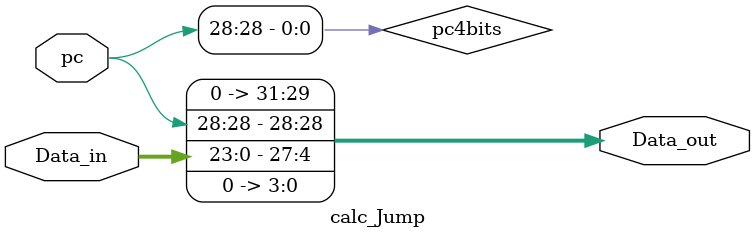
<source format=v>
module calc_Jump (
    input wire [31:0] pc,
    input wire [25:0] Data_in,
    output wire [31:0] Data_out
);

    assign pc4bits = pc[31:28];
    assign Data_out = {pc4bits,{{Data_in,2'b00}<<2}};

endmodule 
</source>
